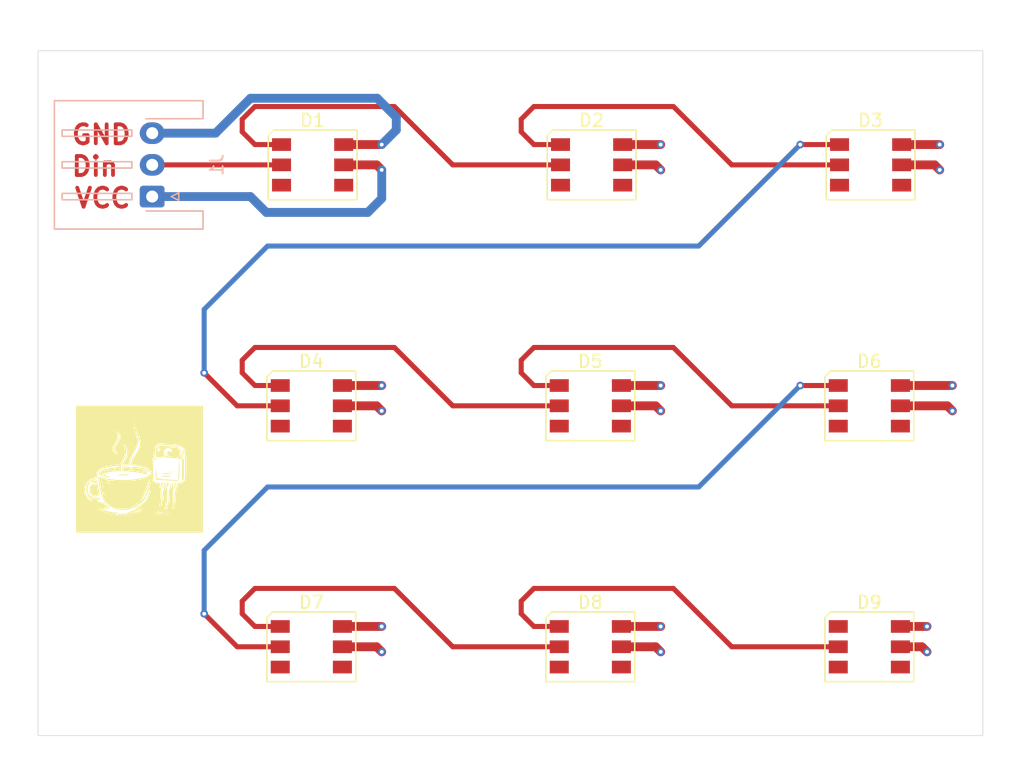
<source format=kicad_pcb>
(kicad_pcb (version 20241229) (generator "pcbnew") (generator_version "9.0")
  (layers (0 "F.Cu" signal) (4 "In1.Cu" signal) (6 "In2.Cu" signal) (2 "B.Cu" signal) (13 "F.Paste" user) (15 "B.Paste" user) (5 "F.SilkS" user "F.Silkscreen") (7 "B.SilkS" user "B.Silkscreen") (1 "F.Mask" user) (3 "B.Mask" user) (25 "Edge.Cuts" user))
  (net 0 "")
  (net 1 "GND")
  (net 3 "GPIO33")
  (net 4 "Net-(D1-DOUT)")
  (net 8 "Net-(D2-DOUT)")
  (net 9 "+5V")
  (net 11 "Net-(D3-DOUT)")
  (net 14 "Net-(D4-DOUT)")
  (net 18 "Net-(D5-DOUT)")
  (net 20 "Net-(D6-DOUT)")
  (net 24 "Net-(D7-DOUT)")
  (net 27 "Net-(D8-DOUT)")
  (footprint "LED_SMD:LED_WS2812_PLCC6_5.0x5.0mm_P1.6mm" (layer "F.Cu") (at 94.55 166)
    (property "Reference" "D8" (at 0 -3.5 0) (layer "F.SilkS"))
    (property "Value" "WS2812")
    (pad "1" smd rect (at -2.45 -1.6) (size 1.5 1) (layers "F.Cu" "F.Mask" "F.Paste") (net 27 "Net-(D8-DOUT)"))
    (pad "2" smd rect (at -2.45 0) (size 1.5 1) (layers "F.Cu" "F.Mask" "F.Paste") (net 24 "Net-(D7-DOUT)"))
    (pad "3" smd rect (at -2.45 1.6) (size 1.5 1) (layers "F.Cu" "F.Mask" "F.Paste"))
    (pad "4" smd rect (at 2.45 1.6) (size 1.5 1) (layers "F.Cu" "F.Mask" "F.Paste"))
    (pad "5" smd rect (at 2.45 0) (size 1.5 1) (layers "F.Cu" "F.Mask" "F.Paste") (net 9 "+5V"))
    (pad "6" smd rect (at 2.45 -1.6) (size 1.5 1) (layers "F.Cu" "F.Mask" "F.Paste") (net 1 "GND"))
  )
  (footprint "LED_SMD:LED_WS2812_PLCC6_5.0x5.0mm_P1.6mm" (layer "F.Cu") (at 116.65 128)
    (property "Reference" "D3" (at 0 -3.5 0) (layer "F.SilkS"))
    (property "Value" "WS2812")
    (pad "1" smd rect (at -2.45 -1.6) (size 1.5 1) (layers "F.Cu" "F.Mask" "F.Paste") (net 11 "Net-(D3-DOUT)"))
    (pad "2" smd rect (at -2.45 0) (size 1.5 1) (layers "F.Cu" "F.Mask" "F.Paste") (net 8 "Net-(D2-DOUT)"))
    (pad "3" smd rect (at -2.45 1.6) (size 1.5 1) (layers "F.Cu" "F.Mask" "F.Paste"))
    (pad "4" smd rect (at 2.45 1.6) (size 1.5 1) (layers "F.Cu" "F.Mask" "F.Paste"))
    (pad "5" smd rect (at 2.45 0) (size 1.5 1) (layers "F.Cu" "F.Mask" "F.Paste") (net 9 "+5V"))
    (pad "6" smd rect (at 2.45 -1.6) (size 1.5 1) (layers "F.Cu" "F.Mask" "F.Paste") (net 1 "GND"))
  )
  (footprint "LED_SMD:LED_WS2812_PLCC6_5.0x5.0mm_P1.6mm" (layer "F.Cu") (at 72.55 147)
    (property "Reference" "D4" (at 0 -3.5 0) (layer "F.SilkS"))
    (property "Value" "WS2812")
    (pad "1" smd rect (at -2.45 -1.6) (size 1.5 1) (layers "F.Cu" "F.Mask" "F.Paste") (net 14 "Net-(D4-DOUT)"))
    (pad "2" smd rect (at -2.45 0) (size 1.5 1) (layers "F.Cu" "F.Mask" "F.Paste") (net 11 "Net-(D3-DOUT)"))
    (pad "3" smd rect (at -2.45 1.6) (size 1.5 1) (layers "F.Cu" "F.Mask" "F.Paste"))
    (pad "4" smd rect (at 2.45 1.6) (size 1.5 1) (layers "F.Cu" "F.Mask" "F.Paste"))
    (pad "5" smd rect (at 2.45 0) (size 1.5 1) (layers "F.Cu" "F.Mask" "F.Paste") (net 9 "+5V"))
    (pad "6" smd rect (at 2.45 -1.6) (size 1.5 1) (layers "F.Cu" "F.Mask" "F.Paste") (net 1 "GND"))
  )
  (footprint "image.preety:logo_electrocafe_10x10" (layer "F.Cu") (at 59 152)
    (property "Reference" "G***" (hide yes))
    (property "Value" "LOGO" (hide yes))
  )
  (footprint "LED_SMD:LED_WS2812_PLCC6_5.0x5.0mm_P1.6mm" (layer "F.Cu") (at 116.55 147)
    (property "Reference" "D6" (at 0 -3.5 0) (layer "F.SilkS"))
    (property "Value" "WS2812")
    (pad "1" smd rect (at -2.45 -1.6) (size 1.5 1) (layers "F.Cu" "F.Mask" "F.Paste") (net 20 "Net-(D6-DOUT)"))
    (pad "2" smd rect (at -2.45 0) (size 1.5 1) (layers "F.Cu" "F.Mask" "F.Paste") (net 18 "Net-(D5-DOUT)"))
    (pad "3" smd rect (at -2.45 1.6) (size 1.5 1) (layers "F.Cu" "F.Mask" "F.Paste"))
    (pad "4" smd rect (at 2.45 1.6) (size 1.5 1) (layers "F.Cu" "F.Mask" "F.Paste"))
    (pad "5" smd rect (at 2.45 0) (size 1.5 1) (layers "F.Cu" "F.Mask" "F.Paste") (net 9 "+5V"))
    (pad "6" smd rect (at 2.45 -1.6) (size 1.5 1) (layers "F.Cu" "F.Mask" "F.Paste") (net 1 "GND"))
  )
  (footprint "LED_SMD:LED_WS2812_PLCC6_5.0x5.0mm_P1.6mm" (layer "F.Cu") (at 116.55 166)
    (property "Reference" "D9" (at 0 -3.5 0) (layer "F.SilkS"))
    (property "Value" "WS2812")
    (pad "1" smd rect (at -2.45 -1.6) (size 1.5 1) (layers "F.Cu" "F.Mask" "F.Paste"))
    (pad "2" smd rect (at -2.45 0) (size 1.5 1) (layers "F.Cu" "F.Mask" "F.Paste") (net 27 "Net-(D8-DOUT)"))
    (pad "3" smd rect (at -2.45 1.6) (size 1.5 1) (layers "F.Cu" "F.Mask" "F.Paste"))
    (pad "4" smd rect (at 2.45 1.6) (size 1.5 1) (layers "F.Cu" "F.Mask" "F.Paste"))
    (pad "5" smd rect (at 2.45 0) (size 1.5 1) (layers "F.Cu" "F.Mask" "F.Paste") (net 9 "+5V"))
    (pad "6" smd rect (at 2.45 -1.6) (size 1.5 1) (layers "F.Cu" "F.Mask" "F.Paste") (net 1 "GND"))
  )
  (footprint "LED_SMD:LED_WS2812_PLCC6_5.0x5.0mm_P1.6mm" (layer "F.Cu") (at 94.65 128)
    (property "Reference" "D2" (at 0 -3.5 0) (layer "F.SilkS"))
    (property "Value" "WS2812")
    (pad "1" smd rect (at -2.45 -1.6) (size 1.5 1) (layers "F.Cu" "F.Mask" "F.Paste") (net 8 "Net-(D2-DOUT)"))
    (pad "2" smd rect (at -2.45 0) (size 1.5 1) (layers "F.Cu" "F.Mask" "F.Paste") (net 4 "Net-(D1-DOUT)"))
    (pad "3" smd rect (at -2.45 1.6) (size 1.5 1) (layers "F.Cu" "F.Mask" "F.Paste"))
    (pad "4" smd rect (at 2.45 1.6) (size 1.5 1) (layers "F.Cu" "F.Mask" "F.Paste"))
    (pad "5" smd rect (at 2.45 0) (size 1.5 1) (layers "F.Cu" "F.Mask" "F.Paste") (net 9 "+5V"))
    (pad "6" smd rect (at 2.45 -1.6) (size 1.5 1) (layers "F.Cu" "F.Mask" "F.Paste") (net 1 "GND"))
  )
  (footprint "LED_SMD:LED_WS2812_PLCC6_5.0x5.0mm_P1.6mm" (layer "F.Cu") (at 72.65 128)
    (property "Reference" "D1" (at 0 -3.5 0) (layer "F.SilkS"))
    (property "Value" "WS2812")
    (pad "1" smd rect (at -2.45 -1.6) (size 1.5 1) (layers "F.Cu" "F.Mask" "F.Paste") (net 4 "Net-(D1-DOUT)"))
    (pad "2" smd rect (at -2.45 0) (size 1.5 1) (layers "F.Cu" "F.Mask" "F.Paste") (net 3 "GPIO33"))
    (pad "3" smd rect (at -2.45 1.6) (size 1.5 1) (layers "F.Cu" "F.Mask" "F.Paste"))
    (pad "4" smd rect (at 2.45 1.6) (size 1.5 1) (layers "F.Cu" "F.Mask" "F.Paste"))
    (pad "5" smd rect (at 2.45 0) (size 1.5 1) (layers "F.Cu" "F.Mask" "F.Paste") (net 9 "+5V"))
    (pad "6" smd rect (at 2.45 -1.6) (size 1.5 1) (layers "F.Cu" "F.Mask" "F.Paste") (net 1 "GND"))
  )
  (footprint "LED_SMD:LED_WS2812_PLCC6_5.0x5.0mm_P1.6mm" (layer "F.Cu") (at 94.55 147)
    (property "Reference" "D5" (at 0 -3.5 0) (layer "F.SilkS"))
    (property "Value" "WS2812")
    (pad "1" smd rect (at -2.45 -1.6) (size 1.5 1) (layers "F.Cu" "F.Mask" "F.Paste") (net 18 "Net-(D5-DOUT)"))
    (pad "2" smd rect (at -2.45 0) (size 1.5 1) (layers "F.Cu" "F.Mask" "F.Paste") (net 14 "Net-(D4-DOUT)"))
    (pad "3" smd rect (at -2.45 1.6) (size 1.5 1) (layers "F.Cu" "F.Mask" "F.Paste"))
    (pad "4" smd rect (at 2.45 1.6) (size 1.5 1) (layers "F.Cu" "F.Mask" "F.Paste"))
    (pad "5" smd rect (at 2.45 0) (size 1.5 1) (layers "F.Cu" "F.Mask" "F.Paste") (net 9 "+5V"))
    (pad "6" smd rect (at 2.45 -1.6) (size 1.5 1) (layers "F.Cu" "F.Mask" "F.Paste") (net 1 "GND"))
  )
  (footprint "LED_SMD:LED_WS2812_PLCC6_5.0x5.0mm_P1.6mm" (layer "F.Cu") (at 72.55 166)
    (property "Reference" "D7" (at 0 -3.5 0) (layer "F.SilkS"))
    (property "Value" "WS2812")
    (pad "1" smd rect (at -2.45 -1.6) (size 1.5 1) (layers "F.Cu" "F.Mask" "F.Paste") (net 24 "Net-(D7-DOUT)"))
    (pad "2" smd rect (at -2.45 0) (size 1.5 1) (layers "F.Cu" "F.Mask" "F.Paste") (net 20 "Net-(D6-DOUT)"))
    (pad "3" smd rect (at -2.45 1.6) (size 1.5 1) (layers "F.Cu" "F.Mask" "F.Paste"))
    (pad "4" smd rect (at 2.45 1.6) (size 1.5 1) (layers "F.Cu" "F.Mask" "F.Paste"))
    (pad "5" smd rect (at 2.45 0) (size 1.5 1) (layers "F.Cu" "F.Mask" "F.Paste") (net 9 "+5V"))
    (pad "6" smd rect (at 2.45 -1.6) (size 1.5 1) (layers "F.Cu" "F.Mask" "F.Paste") (net 1 "GND"))
  )
  (footprint "Connector_JST:JST_XH_S3B-XH-A-1_1x03_P2.50mm_Horizontal" (layer "B.Cu") (at 60 130.5 90)
    (property "Reference" "J1" (at 2.5 5.1 90) (layer "B.SilkS") (effects (justify mirror)))
    (property "Value" "JST_03")
    (pad "1" thru_hole roundrect (at 0 0 90) (size 1.7 1.95) (drill 0.95) (layers "*.Cu" "*.Mask") (roundrect_rratio 0.147059) (net 9 "+5V"))
    (pad "2" thru_hole oval (at 2.5 0 90) (size 1.7 1.95) (drill 0.95) (layers "*.Cu" "*.Mask") (net 3 "GPIO33"))
    (pad "3" thru_hole oval (at 5 0 90) (size 1.7 1.95) (drill 0.95) (layers "*.Cu" "*.Mask") (net 1 "GND"))
  )
  (gr_rect (start 51 119) (end 125.5 173) (stroke (width 0.05)) (fill no) (layer "Edge.Cuts"))
  (gr_text "GND" (at 53.5 126.5 0) (layer "F.Cu") (effects (font (size 1.5 1.5) (thickness 0.3) (bold yes)) (justify left bottom)))
  (gr_text "Din" (at 53.5 129 0) (layer "F.Cu") (effects (font (size 1.5 1.5) (thickness 0.3) (bold yes)) (justify left bottom)))
  (gr_text "VCC" (at 53.75 131.5 0) (layer "F.Cu") (effects (font (size 1.5 1.5) (thickness 0.3) (bold yes)) (justify left bottom)))
  (segment (start 97 145.4) (end 100.1 145.4) (width 0.7) (layer "F.Cu") (net 1))
  (segment (start 119 164.4) (end 121.1 164.4) (width 0.7) (layer "F.Cu") (net 1))
  (segment (start 123.1 145.4) (end 119 145.4) (width 0.7) (layer "F.Cu") (net 1))
  (segment (start 75 145.4) (end 78.1 145.4) (width 0.7) (layer "F.Cu") (net 1))
  (segment (start 75 164.4) (end 78.1 164.4) (width 0.7) (layer "F.Cu") (net 1))
  (segment (start 75.1 126.4) (end 78.1 126.4) (width 0.7) (layer "F.Cu") (net 1))
  (segment (start 97.1 126.4) (end 100.1 126.4) (width 0.7) (layer "F.Cu") (net 1))
  (segment (start 97 164.4) (end 100.1 164.4) (width 0.7) (layer "F.Cu") (net 1))
  (segment (start 122.1 126.4) (end 119.1 126.4) (width 0.7) (layer "F.Cu") (net 1))
  (via (at 122.1 126.4) (size 0.6) (drill 0.3) (layers "F.Cu" "B.Cu") (net 1))
  (via (at 100.1 145.4) (size 0.6) (drill 0.3) (layers "F.Cu" "B.Cu") (net 1))
  (via (at 100.1 164.4) (size 0.6) (drill 0.3) (layers "F.Cu" "B.Cu") (net 1))
  (via (at 100.1 126.4) (size 0.6) (drill 0.3) (layers "F.Cu" "B.Cu") (net 1))
  (via (at 78.1 145.4) (size 0.6) (drill 0.3) (layers "F.Cu" "B.Cu") (net 1))
  (via (at 78.1 126.4) (size 0.6) (drill 0.3) (layers "F.Cu" "B.Cu") (net 1))
  (via (at 123.1 145.4) (size 0.6) (drill 0.3) (layers "F.Cu" "B.Cu") (net 1))
  (via (at 78.1 164.4) (size 0.6) (drill 0.3) (layers "F.Cu" "B.Cu") (net 1))
  (via (at 121.1 164.4) (size 0.6) (drill 0.3) (layers "F.Cu" "B.Cu") (net 1))
  (segment (start 65 125.5) (end 60 125.5) (width 0.7) (layer "B.Cu") (net 1))
  (segment (start 79.25 124.25) (end 77.75 122.75) (width 0.7) (layer "B.Cu") (net 1))
  (segment (start 78.1 126.4) (end 79.25 125.25) (width 0.7) (layer "B.Cu") (net 1))
  (segment (start 67.75 122.75) (end 65 125.5) (width 0.7) (layer "B.Cu") (net 1))
  (segment (start 77.75 122.75) (end 67.75 122.75) (width 0.7) (layer "B.Cu") (net 1))
  (segment (start 79.25 125.25) (end 79.25 124.25) (width 0.7) (layer "B.Cu") (net 1))
  (segment (start 70.2 128) (end 60 128) (width 0.4) (layer "F.Cu") (net 3))
  (segment (start 83.7 128) (end 79.1 123.4) (width 0.4) (layer "F.Cu") (net 4))
  (segment (start 68.1 126.4) (end 70.2 126.4) (width 0.4) (layer "F.Cu") (net 4))
  (segment (start 79.1 123.4) (end 68.1 123.4) (width 0.4) (layer "F.Cu") (net 4))
  (segment (start 68.1 123.4) (end 67.1 124.4) (width 0.4) (layer "F.Cu") (net 4))
  (segment (start 92.2 128) (end 83.7 128) (width 0.4) (layer "F.Cu") (net 4))
  (segment (start 67.1 124.4) (end 67.1 125.4) (width 0.4) (layer "F.Cu") (net 4))
  (segment (start 67.1 125.4) (end 68.1 126.4) (width 0.4) (layer "F.Cu") (net 4))
  (segment (start 90.1 123.4) (end 101.1 123.4) (width 0.4) (layer "F.Cu") (net 8))
  (segment (start 90.1 126.4) (end 89.1 125.4) (width 0.4) (layer "F.Cu") (net 8))
  (segment (start 101.1 123.4) (end 105.7 128) (width 0.4) (layer "F.Cu") (net 8))
  (segment (start 105.7 128) (end 114.2 128) (width 0.4) (layer "F.Cu") (net 8))
  (segment (start 92.2 126.4) (end 90.1 126.4) (width 0.4) (layer "F.Cu") (net 8))
  (segment (start 89.1 124.4) (end 90.1 123.4) (width 0.4) (layer "F.Cu") (net 8))
  (segment (start 89.1 125.4) (end 89.1 124.4) (width 0.4) (layer "F.Cu") (net 8))
  (segment (start 97 147) (end 99.7 147) (width 0.7) (layer "F.Cu") (net 9))
  (segment (start 75.1 128) (end 77.7 128) (width 0.7) (layer "F.Cu") (net 9))
  (segment (start 120.7 166) (end 121.1 166.4) (width 0.7) (layer "F.Cu") (net 9))
  (segment (start 99.7 166) (end 100.1 166.4) (width 0.7) (layer "F.Cu") (net 9))
  (segment (start 75 166) (end 77.7 166) (width 0.7) (layer "F.Cu") (net 9))
  (segment (start 119.1 128) (end 121.7 128) (width 0.7) (layer "F.Cu") (net 9))
  (segment (start 119 147) (end 122.7 147) (width 0.7) (layer "F.Cu") (net 9))
  (segment (start 75 147) (end 77.7 147) (width 0.7) (layer "F.Cu") (net 9))
  (segment (start 77.7 147) (end 78.1 147.4) (width 0.7) (layer "F.Cu") (net 9))
  (segment (start 77.7 128) (end 78.1 128.4) (width 0.7) (layer "F.Cu") (net 9))
  (segment (start 77.7 166) (end 78.1 166.4) (width 0.7) (layer "F.Cu") (net 9))
  (segment (start 97 166) (end 99.7 166) (width 0.7) (layer "F.Cu") (net 9))
  (segment (start 99.7 128) (end 100.1 128.4) (width 0.7) (layer "F.Cu") (net 9))
  (segment (start 119 166) (end 120.7 166) (width 0.7) (layer "F.Cu") (net 9))
  (segment (start 121.7 128) (end 122.1 128.4) (width 0.7) (layer "F.Cu") (net 9))
  (segment (start 122.7 147) (end 123.1 147.4) (width 0.7) (layer "F.Cu") (net 9))
  (segment (start 99.7 147) (end 100.1 147.4) (width 0.7) (layer "F.Cu") (net 9))
  (segment (start 97.1 128) (end 99.7 128) (width 0.7) (layer "F.Cu") (net 9))
  (via (at 78.1 128.4) (size 0.6) (drill 0.3) (layers "F.Cu" "B.Cu") (net 9))
  (via (at 100.1 128.4) (size 0.6) (drill 0.3) (layers "F.Cu" "B.Cu") (net 9))
  (via (at 78.1 166.4) (size 0.6) (drill 0.3) (layers "F.Cu" "B.Cu") (net 9))
  (via (at 121.1 166.4) (size 0.6) (drill 0.3) (layers "F.Cu" "B.Cu") (net 9))
  (via (at 100.1 147.4) (size 0.6) (drill 0.3) (layers "F.Cu" "B.Cu") (net 9))
  (via (at 78.1 147.4) (size 0.6) (drill 0.3) (layers "F.Cu" "B.Cu") (net 9))
  (via (at 100.1 166.4) (size 0.6) (drill 0.3) (layers "F.Cu" "B.Cu") (net 9))
  (via (at 123.1 147.4) (size 0.6) (drill 0.3) (layers "F.Cu" "B.Cu") (net 9))
  (via (at 122.1 128.4) (size 0.6) (drill 0.3) (layers "F.Cu" "B.Cu") (net 9))
  (segment (start 69 131.75) (end 67.75 130.5) (width 0.7) (layer "B.Cu") (net 9))
  (segment (start 77 131.75) (end 69 131.75) (width 0.7) (layer "B.Cu") (net 9))
  (segment (start 78.1 128.4) (end 78.1 130.65) (width 0.7) (layer "B.Cu") (net 9))
  (segment (start 78.1 130.65) (end 77 131.75) (width 0.7) (layer "B.Cu") (net 9))
  (segment (start 67.75 130.5) (end 60 130.5) (width 0.7) (layer "B.Cu") (net 9))
  (segment (start 66.7 147) (end 70.1 147) (width 0.4) (layer "F.Cu") (net 11))
  (segment (start 111.1 126.4) (end 114.2 126.4) (width 0.4) (layer "F.Cu") (net 11))
  (segment (start 64.1 144.4) (end 66.7 147) (width 0.4) (layer "F.Cu") (net 11))
  (via (at 111.1 126.4) (size 0.6) (drill 0.3) (layers "F.Cu" "B.Cu") (net 11))
  (via (at 64.1 144.4) (size 0.6) (drill 0.3) (layers "F.Cu" "B.Cu") (net 11))
  (segment (start 103.1 134.4) (end 111.1 126.4) (width 0.4) (layer "B.Cu") (net 11))
  (segment (start 64.1 144.4) (end 64.1 139.4) (width 0.4) (layer "B.Cu") (net 11))
  (segment (start 64.1 139.4) (end 69.1 134.4) (width 0.4) (layer "B.Cu") (net 11))
  (segment (start 69.1 134.4) (end 103.1 134.4) (width 0.4) (layer "B.Cu") (net 11))
  (segment (start 79.1 142.4) (end 83.7 147) (width 0.4) (layer "F.Cu") (net 14))
  (segment (start 68.1 145.4) (end 67.1 144.4) (width 0.4) (layer "F.Cu") (net 14))
  (segment (start 68.1 142.4) (end 79.1 142.4) (width 0.4) (layer "F.Cu") (net 14))
  (segment (start 67.1 143.4) (end 68.1 142.4) (width 0.4) (layer "F.Cu") (net 14))
  (segment (start 70.1 145.4) (end 68.1 145.4) (width 0.4) (layer "F.Cu") (net 14))
  (segment (start 67.1 144.4) (end 67.1 143.4) (width 0.4) (layer "F.Cu") (net 14))
  (segment (start 83.7 147) (end 92.1 147) (width 0.4) (layer "F.Cu") (net 14))
  (segment (start 92.1 145.4) (end 90.1 145.4) (width 0.4) (layer "F.Cu") (net 18))
  (segment (start 105.7 147) (end 114.1 147) (width 0.4) (layer "F.Cu") (net 18))
  (segment (start 89.1 144.4) (end 89.1 143.4) (width 0.4) (layer "F.Cu") (net 18))
  (segment (start 90.1 145.4) (end 89.1 144.4) (width 0.4) (layer "F.Cu") (net 18))
  (segment (start 90.1 142.4) (end 101.1 142.4) (width 0.4) (layer "F.Cu") (net 18))
  (segment (start 101.1 142.4) (end 105.7 147) (width 0.4) (layer "F.Cu") (net 18))
  (segment (start 89.1 143.4) (end 90.1 142.4) (width 0.4) (layer "F.Cu") (net 18))
  (segment (start 64.1 163.4) (end 66.7 166) (width 0.4) (layer "F.Cu") (net 20))
  (segment (start 66.7 166) (end 70.1 166) (width 0.4) (layer "F.Cu") (net 20))
  (segment (start 114.1 145.4) (end 111.1 145.4) (width 0.4) (layer "F.Cu") (net 20))
  (via (at 111.1 145.4) (size 0.6) (drill 0.3) (layers "F.Cu" "B.Cu") (net 20))
  (via (at 64.1 163.4) (size 0.6) (drill 0.3) (layers "F.Cu" "B.Cu") (net 20))
  (segment (start 64.1 158.4) (end 64.1 163.4) (width 0.4) (layer "B.Cu") (net 20))
  (segment (start 103.1 153.4) (end 69.1 153.4) (width 0.4) (layer "B.Cu") (net 20))
  (segment (start 111.1 145.4) (end 103.1 153.4) (width 0.4) (layer "B.Cu") (net 20))
  (segment (start 69.1 153.4) (end 64.1 158.4) (width 0.4) (layer "B.Cu") (net 20))
  (segment (start 67.1 162.4) (end 68.1 161.4) (width 0.4) (layer "F.Cu") (net 24))
  (segment (start 68.1 161.4) (end 79.1 161.4) (width 0.4) (layer "F.Cu") (net 24))
  (segment (start 68.1 164.4) (end 67.1 163.4) (width 0.4) (layer "F.Cu") (net 24))
  (segment (start 83.7 166) (end 92.1 166) (width 0.4) (layer "F.Cu") (net 24))
  (segment (start 79.1 161.4) (end 83.7 166) (width 0.4) (layer "F.Cu") (net 24))
  (segment (start 70.1 164.4) (end 68.1 164.4) (width 0.4) (layer "F.Cu") (net 24))
  (segment (start 67.1 163.4) (end 67.1 162.4) (width 0.4) (layer "F.Cu") (net 24))
  (segment (start 101.1 161.4) (end 105.7 166) (width 0.4) (layer "F.Cu") (net 27))
  (segment (start 90.1 161.4) (end 101.1 161.4) (width 0.4) (layer "F.Cu") (net 27))
  (segment (start 90.1 164.4) (end 89.1 163.4) (width 0.4) (layer "F.Cu") (net 27))
  (segment (start 92.1 164.4) (end 90.1 164.4) (width 0.4) (layer "F.Cu") (net 27))
  (segment (start 89.1 163.4) (end 89.1 162.4) (width 0.4) (layer "F.Cu") (net 27))
  (segment (start 105.7 166) (end 114.1 166) (width 0.4) (layer "F.Cu") (net 27))
  (segment (start 89.1 162.4) (end 90.1 161.4) (width 0.4) (layer "F.Cu") (net 27))
)
</source>
